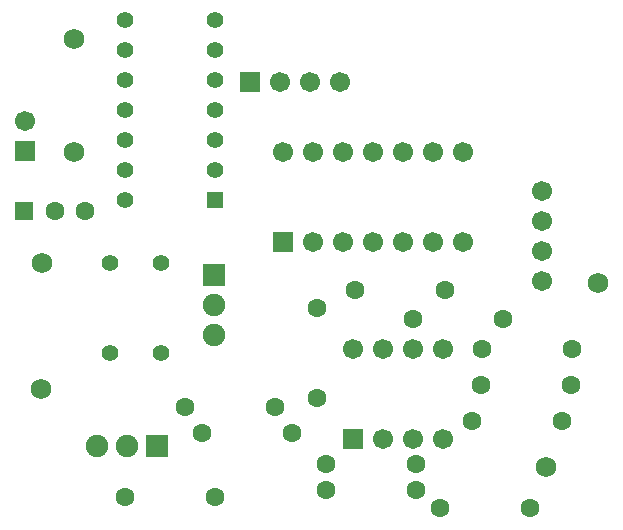
<source format=gbs>
G04*
G04 #@! TF.GenerationSoftware,Altium Limited,Altium Designer,19.1.8 (144)*
G04*
G04 Layer_Color=16711935*
%FSLAX23Y23*%
%MOIN*%
G70*
G01*
G75*
%ADD19C,0.068*%
%ADD20C,0.063*%
%ADD21C,0.069*%
%ADD22C,0.067*%
%ADD23R,0.067X0.067*%
%ADD24C,0.055*%
%ADD25R,0.063X0.063*%
%ADD26C,0.056*%
%ADD27R,0.056X0.056*%
%ADD28R,0.067X0.067*%
%ADD29C,0.075*%
%ADD30R,0.075X0.075*%
%ADD31R,0.075X0.075*%
D19*
X2073Y2800D02*
D03*
X2070Y2380D02*
D03*
X3753Y2120D02*
D03*
X3925Y2735D02*
D03*
D20*
X2990Y2650D02*
D03*
Y2350D02*
D03*
X2217Y2975D02*
D03*
X2115D02*
D03*
X2905Y2235D02*
D03*
X2605D02*
D03*
X2850Y2320D02*
D03*
X2550D02*
D03*
X3610Y2615D02*
D03*
X3310D02*
D03*
X3835Y2395D02*
D03*
X3535D02*
D03*
X3840Y2515D02*
D03*
X3540D02*
D03*
X3020Y2130D02*
D03*
X3320D02*
D03*
X2650Y2020D02*
D03*
X2350D02*
D03*
X3415Y2710D02*
D03*
X3115D02*
D03*
X3805Y2275D02*
D03*
X3505D02*
D03*
X3320Y2045D02*
D03*
X3020D02*
D03*
X3700Y1985D02*
D03*
X3400D02*
D03*
D21*
X2180Y3172D02*
D03*
Y3548D02*
D03*
D22*
X3410Y2515D02*
D03*
X3310D02*
D03*
X3210D02*
D03*
X3110D02*
D03*
X3410Y2215D02*
D03*
X3310D02*
D03*
X3210D02*
D03*
X2975Y2870D02*
D03*
X3075D02*
D03*
X3175D02*
D03*
X3275D02*
D03*
X3375D02*
D03*
X3475D02*
D03*
X2875Y3170D02*
D03*
X2975D02*
D03*
X3075D02*
D03*
X3175D02*
D03*
X3275D02*
D03*
X3375D02*
D03*
X3475D02*
D03*
X2015Y3275D02*
D03*
X2865Y3405D02*
D03*
X2965D02*
D03*
X3065D02*
D03*
X3740Y2940D02*
D03*
Y2840D02*
D03*
Y2740D02*
D03*
Y3040D02*
D03*
D23*
X3110Y2215D02*
D03*
X2875Y2870D02*
D03*
X2015Y3175D02*
D03*
D24*
X2470Y2800D02*
D03*
Y2500D02*
D03*
X2300D02*
D03*
Y2800D02*
D03*
D25*
X2013Y2975D02*
D03*
D26*
X2350Y3010D02*
D03*
Y3110D02*
D03*
Y3210D02*
D03*
Y3310D02*
D03*
Y3410D02*
D03*
Y3510D02*
D03*
Y3610D02*
D03*
X2650D02*
D03*
Y3510D02*
D03*
Y3410D02*
D03*
Y3310D02*
D03*
Y3210D02*
D03*
Y3110D02*
D03*
D27*
Y3010D02*
D03*
D28*
X2765Y3405D02*
D03*
D29*
X2255Y2190D02*
D03*
X2355D02*
D03*
X2645Y2660D02*
D03*
Y2560D02*
D03*
D30*
X2455Y2190D02*
D03*
D31*
X2645Y2760D02*
D03*
M02*

</source>
